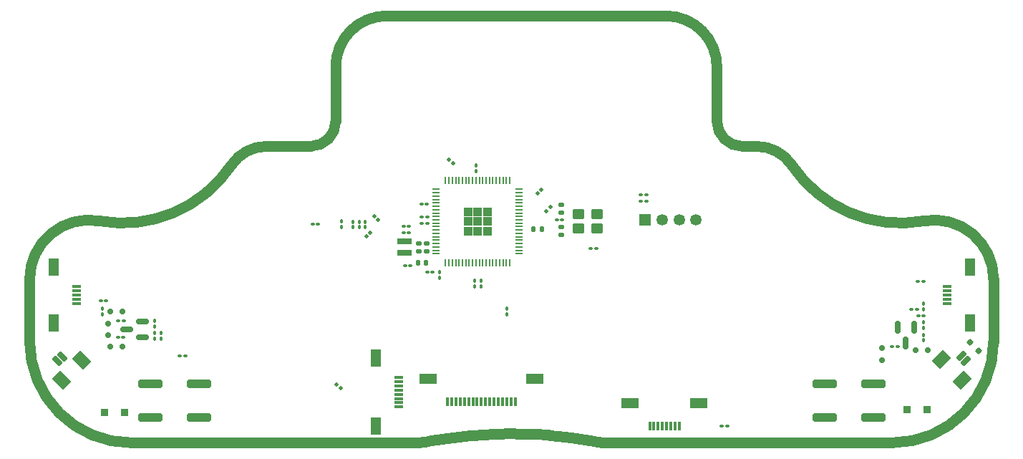
<source format=gbr>
%TF.GenerationSoftware,KiCad,Pcbnew,9.0.6-rc2*%
%TF.CreationDate,2025-11-07T01:00:34-08:00*%
%TF.ProjectId,Latte_Main_Board,4c617474-655f-44d6-9169-6e5f426f6172,rev?*%
%TF.SameCoordinates,Original*%
%TF.FileFunction,Soldermask,Bot*%
%TF.FilePolarity,Negative*%
%FSLAX46Y46*%
G04 Gerber Fmt 4.6, Leading zero omitted, Abs format (unit mm)*
G04 Created by KiCad (PCBNEW 9.0.6-rc2) date 2025-11-07 01:00:34*
%MOMM*%
%LPD*%
G01*
G04 APERTURE LIST*
G04 Aperture macros list*
%AMRoundRect*
0 Rectangle with rounded corners*
0 $1 Rounding radius*
0 $2 $3 $4 $5 $6 $7 $8 $9 X,Y pos of 4 corners*
0 Add a 4 corners polygon primitive as box body*
4,1,4,$2,$3,$4,$5,$6,$7,$8,$9,$2,$3,0*
0 Add four circle primitives for the rounded corners*
1,1,$1+$1,$2,$3*
1,1,$1+$1,$4,$5*
1,1,$1+$1,$6,$7*
1,1,$1+$1,$8,$9*
0 Add four rect primitives between the rounded corners*
20,1,$1+$1,$2,$3,$4,$5,0*
20,1,$1+$1,$4,$5,$6,$7,0*
20,1,$1+$1,$6,$7,$8,$9,0*
20,1,$1+$1,$8,$9,$2,$3,0*%
G04 Aperture macros list end*
%ADD10C,1.250000*%
%ADD11R,0.850000X0.850000*%
%ADD12R,1.350000X1.350000*%
%ADD13C,1.350000*%
%ADD14RoundRect,0.150000X0.587500X0.150000X-0.587500X0.150000X-0.587500X-0.150000X0.587500X-0.150000X0*%
%ADD15RoundRect,0.150000X0.247487X0.035355X0.035355X0.247487X-0.247487X-0.035355X-0.035355X-0.247487X0*%
%ADD16RoundRect,0.100000X0.130000X0.100000X-0.130000X0.100000X-0.130000X-0.100000X0.130000X-0.100000X0*%
%ADD17RoundRect,0.150000X0.150000X0.200000X-0.150000X0.200000X-0.150000X-0.200000X0.150000X-0.200000X0*%
%ADD18RoundRect,0.100000X-0.130000X-0.100000X0.130000X-0.100000X0.130000X0.100000X-0.130000X0.100000X0*%
%ADD19RoundRect,0.140000X-0.170000X0.140000X-0.170000X-0.140000X0.170000X-0.140000X0.170000X0.140000X0*%
%ADD20RoundRect,0.100000X-0.021213X-0.162635X0.162635X0.021213X0.021213X0.162635X-0.162635X-0.021213X0*%
%ADD21R,1.700000X0.700000*%
%ADD22RoundRect,0.100000X-0.162635X0.021213X0.021213X-0.162635X0.162635X-0.021213X-0.021213X0.162635X0*%
%ADD23RoundRect,0.102000X0.530330X0.176777X0.176777X0.530330X-0.530330X-0.176777X-0.176777X-0.530330X0*%
%ADD24RoundRect,0.102000X1.025305X0.176777X0.176777X1.025305X-1.025305X-0.176777X-0.176777X-1.025305X0*%
%ADD25RoundRect,0.100000X0.100000X-0.130000X0.100000X0.130000X-0.100000X0.130000X-0.100000X-0.130000X0*%
%ADD26RoundRect,0.100000X-0.100000X0.130000X-0.100000X-0.130000X0.100000X-0.130000X0.100000X0.130000X0*%
%ADD27RoundRect,0.150000X-1.250000X-0.350000X1.250000X-0.350000X1.250000X0.350000X-1.250000X0.350000X0*%
%ADD28RoundRect,0.140000X0.170000X-0.140000X0.170000X0.140000X-0.170000X0.140000X-0.170000X-0.140000X0*%
%ADD29RoundRect,0.140000X-0.140000X-0.170000X0.140000X-0.170000X0.140000X0.170000X-0.140000X0.170000X0*%
%ADD30RoundRect,0.102000X-0.176777X0.530330X-0.530330X0.176777X0.176777X-0.530330X0.530330X-0.176777X0*%
%ADD31RoundRect,0.102000X-0.176777X1.025305X-1.025305X0.176777X0.176777X-1.025305X1.025305X-0.176777X0*%
%ADD32RoundRect,0.100000X0.162635X-0.021213X-0.021213X0.162635X-0.162635X0.021213X0.021213X-0.162635X0*%
%ADD33RoundRect,0.055000X0.055000X0.335000X-0.055000X0.335000X-0.055000X-0.335000X0.055000X-0.335000X0*%
%ADD34RoundRect,0.055000X-0.335000X0.055000X-0.335000X-0.055000X0.335000X-0.055000X0.335000X0.055000X0*%
%ADD35C,0.600000*%
%ADD36R,1.133333X1.133333*%
%ADD37RoundRect,0.150000X-0.150000X-0.200000X0.150000X-0.200000X0.150000X0.200000X-0.150000X0.200000X0*%
%ADD38R,0.300000X1.000000*%
%ADD39R,2.000000X1.300000*%
%ADD40R,1.000000X0.300000*%
%ADD41R,1.300000X2.000000*%
%ADD42RoundRect,0.150000X-0.150000X0.587500X-0.150000X-0.587500X0.150000X-0.587500X0.150000X0.587500X0*%
%ADD43RoundRect,0.150000X0.200000X-0.150000X0.200000X0.150000X-0.200000X0.150000X-0.200000X-0.150000X0*%
%ADD44RoundRect,0.250000X-0.450000X-0.350000X0.450000X-0.350000X0.450000X0.350000X-0.450000X0.350000X0*%
G04 APERTURE END LIST*
D10*
X74217659Y-71967427D02*
X74745074Y-71954755D01*
X71263322Y-72158198D02*
X71693088Y-72122345D01*
X55356903Y-28565901D02*
X55356902Y-34985301D01*
X65740221Y-72923065D02*
X65962821Y-72887073D01*
X86340377Y-72887073D02*
X86966379Y-72975266D01*
X55356902Y-34985301D02*
G75*
G02*
X52356901Y-37985302I-3000002J1D01*
G01*
X43017730Y-40197164D02*
G75*
G02*
X27395951Y-46807085I-12866380J8643104D01*
G01*
X52356901Y-37985297D02*
X47160456Y-37985297D01*
X81617245Y-72221923D02*
X83226802Y-72405521D01*
X19151600Y-53695600D02*
G75*
G02*
X27395950Y-46807088I7000000J0D01*
G01*
X19151600Y-53695600D02*
X19151599Y-61033898D01*
X86966379Y-72975266D02*
X87190892Y-72997126D01*
X64887424Y-73013914D02*
X65112306Y-72997126D01*
X31151601Y-73033901D02*
X64255488Y-73033901D01*
X75760000Y-71945641D02*
X77458230Y-71948823D01*
X74745074Y-71954755D02*
X75760000Y-71945641D01*
X94427052Y-22565901D02*
G75*
G02*
X100427099Y-28565911I48J-5999999D01*
G01*
X87822198Y-73031358D02*
X88047710Y-73033901D01*
X43017730Y-40197164D02*
G75*
G02*
X47160456Y-37985296I4150470J-2788136D01*
G01*
X88047710Y-73033901D02*
X121151599Y-73033901D01*
X65962821Y-72887073D02*
X66576998Y-72781968D01*
X133151599Y-61033901D02*
G75*
G02*
X121151599Y-73033899I-11999999J1D01*
G01*
X84789414Y-72632632D02*
X85416189Y-72730982D01*
X80471397Y-72108036D02*
X80691968Y-72127926D01*
X77937192Y-71965333D02*
X78898186Y-72012458D01*
X66576998Y-72781968D02*
X68548466Y-72477439D01*
X64255488Y-73033901D02*
X64887424Y-73013914D01*
X94427052Y-22565901D02*
X61356901Y-22565901D01*
X124907246Y-46807085D02*
G75*
G02*
X109285455Y-40197173I-2755346J15253185D01*
G01*
X55356903Y-28565901D02*
G75*
G02*
X61356901Y-22565903I5999997J1D01*
G01*
X31151601Y-73033901D02*
G75*
G02*
X19151599Y-61033898I-1J12000001D01*
G01*
X77458230Y-71948823D02*
X77937192Y-71965333D01*
X124907246Y-46807085D02*
G75*
G02*
X133151604Y-53695592I1244354J-6888515D01*
G01*
X83226802Y-72405521D02*
X84789414Y-72632632D01*
X87190892Y-72997126D02*
X87822198Y-73031358D01*
X105127930Y-37985297D02*
X103427066Y-37985297D01*
X71693088Y-72122345D02*
X72625343Y-72058342D01*
X65112306Y-72997126D02*
X65740221Y-72923065D01*
X103427066Y-37985297D02*
G75*
G02*
X100427103Y-34985296I34J2999997D01*
G01*
X68548466Y-72477439D02*
X71263322Y-72158198D01*
X85416189Y-72730982D02*
X86340377Y-72887073D01*
X78898186Y-72012458D02*
X80471397Y-72108036D01*
X100427065Y-34985296D02*
X100427066Y-28565911D01*
X80691968Y-72127926D02*
X81617245Y-72221923D01*
X72625343Y-72058342D02*
X74217659Y-71967427D01*
X133151599Y-61033901D02*
X133151599Y-53695592D01*
X52356901Y-37985302D02*
X52356901Y-37985297D01*
X105127930Y-37985297D02*
G75*
G02*
X109285467Y-40197164I7070J-5000003D01*
G01*
D11*
%TO.C,T4*%
X122885200Y-69113400D03*
%TD*%
D12*
%TO.C,J8*%
X91967800Y-46634400D03*
D13*
X93967801Y-46634400D03*
X95967800Y-46634400D03*
X97967800Y-46634400D03*
%TD*%
D11*
%TO.C,T1*%
X30403800Y-69443600D03*
%TD*%
%TO.C,T3*%
X125247400Y-69113400D03*
%TD*%
%TO.C,T2*%
X28016200Y-69443600D03*
%TD*%
D14*
%TO.C,Q1*%
X32535099Y-58663800D03*
X32535099Y-60563800D03*
X30660098Y-59613800D03*
%TD*%
D15*
%TO.C,D5*%
X130365825Y-61150825D03*
X131355775Y-62140775D03*
%TD*%
D16*
%TO.C,R21*%
X101660000Y-71070000D03*
X101020000Y-71070000D03*
%TD*%
D17*
%TO.C,D4*%
X28687800Y-61696600D03*
X30087800Y-61696600D03*
%TD*%
D18*
%TO.C,C12*%
X29601200Y-60579000D03*
X30241200Y-60579000D03*
%TD*%
%TO.C,R31*%
X91430000Y-44470000D03*
X92070000Y-44470000D03*
%TD*%
D19*
%TO.C,C40*%
X65190000Y-49450927D03*
X65190000Y-50410927D03*
%TD*%
D20*
%TO.C,C37*%
X79199526Y-43533274D03*
X79652074Y-43080726D03*
%TD*%
D21*
%TO.C,L1*%
X63510000Y-49180000D03*
X63510000Y-50580000D03*
%TD*%
D22*
%TO.C,R22*%
X55473726Y-66113726D03*
X55926274Y-66566274D03*
%TD*%
D18*
%TO.C,R16*%
X36910000Y-62730000D03*
X37550000Y-62730000D03*
%TD*%
D23*
%TO.C,J1*%
X129882983Y-63312703D03*
X129317297Y-62747017D03*
D24*
X129423363Y-65610800D03*
X127019200Y-63206637D03*
%TD*%
D16*
%TO.C,C31*%
X66817200Y-52857400D03*
X66177200Y-52857400D03*
%TD*%
D25*
%TO.C,C19*%
X71932800Y-40883800D03*
X71932800Y-40243800D03*
%TD*%
D18*
%TO.C,R1*%
X81493400Y-46685200D03*
X82133400Y-46685200D03*
%TD*%
D16*
%TO.C,C34*%
X66156800Y-47117000D03*
X65516800Y-47117000D03*
%TD*%
D19*
%TO.C,C2*%
X82042000Y-47526000D03*
X82042000Y-48486000D03*
%TD*%
D18*
%TO.C,R2*%
X91430000Y-43670000D03*
X92070000Y-43670000D03*
%TD*%
D26*
%TO.C,R13*%
X58110000Y-46890000D03*
X58110000Y-47530000D03*
%TD*%
D18*
%TO.C,R24*%
X85520000Y-50090000D03*
X86160000Y-50090000D03*
%TD*%
D27*
%TO.C,SW3*%
X113175078Y-70046612D03*
X118975078Y-70046612D03*
X113175078Y-66046612D03*
X118975078Y-66046612D03*
%TD*%
D18*
%TO.C,C10*%
X124241600Y-58013600D03*
X124881600Y-58013600D03*
%TD*%
D16*
%TO.C,C35*%
X66157743Y-46365007D03*
X65517743Y-46365007D03*
%TD*%
D27*
%TO.C,SW4*%
X33404922Y-70046612D03*
X39204922Y-70046612D03*
X33404922Y-66046612D03*
X39204922Y-66046612D03*
%TD*%
D26*
%TO.C,C32*%
X67614800Y-52893000D03*
X67614800Y-53533000D03*
%TD*%
%TO.C,C30*%
X72542400Y-53883600D03*
X72542400Y-54523600D03*
%TD*%
D16*
%TO.C,R28*%
X28210000Y-56210000D03*
X27570000Y-56210000D03*
%TD*%
D18*
%TO.C,R29*%
X124200000Y-53950000D03*
X124840000Y-53950000D03*
%TD*%
D25*
%TO.C,R7*%
X33959800Y-59248000D03*
X33959800Y-58608000D03*
%TD*%
D20*
%TO.C,C38*%
X80266326Y-45616074D03*
X80718874Y-45163526D03*
%TD*%
D26*
%TO.C,C13*%
X124891800Y-58811200D03*
X124891800Y-59451200D03*
%TD*%
D16*
%TO.C,C33*%
X66131400Y-44780200D03*
X65491400Y-44780200D03*
%TD*%
D28*
%TO.C,C1*%
X82042000Y-45844400D03*
X82042000Y-44884400D03*
%TD*%
D29*
%TO.C,C23*%
X78742600Y-47777400D03*
X79702600Y-47777400D03*
%TD*%
D25*
%TO.C,R6*%
X124891800Y-57241400D03*
X124891800Y-56601400D03*
%TD*%
D18*
%TO.C,R3*%
X63360000Y-47470000D03*
X64000000Y-47470000D03*
%TD*%
D16*
%TO.C,C11*%
X30266601Y-58648600D03*
X29626601Y-58648600D03*
%TD*%
D30*
%TO.C,J2*%
X23012703Y-62817017D03*
X22447017Y-63382703D03*
D31*
X25310800Y-63276637D03*
X22906637Y-65680800D03*
%TD*%
D32*
%TO.C,C36*%
X69212674Y-39977274D03*
X68760126Y-39524726D03*
%TD*%
D16*
%TO.C,C14*%
X121782800Y-61645800D03*
X121142800Y-61645800D03*
%TD*%
D26*
%TO.C,R23*%
X75560000Y-57195000D03*
X75560000Y-57835000D03*
%TD*%
D33*
%TO.C,U2*%
X68336667Y-41976833D03*
X68736667Y-41976834D03*
X69136667Y-41976833D03*
X69536667Y-41976833D03*
X69936667Y-41976834D03*
X70336667Y-41976833D03*
X70736667Y-41976833D03*
X71136667Y-41976833D03*
X71536667Y-41976834D03*
X71936667Y-41976833D03*
X72336667Y-41976833D03*
X72736667Y-41976834D03*
X73136667Y-41976833D03*
X73536667Y-41976833D03*
X73936667Y-41976833D03*
X74336667Y-41976834D03*
X74736667Y-41976833D03*
X75136667Y-41976833D03*
X75536667Y-41976834D03*
X75936667Y-41976833D03*
D34*
X77033167Y-43073333D03*
X77033166Y-43473333D03*
X77033167Y-43873333D03*
X77033167Y-44273333D03*
X77033166Y-44673333D03*
X77033167Y-45073333D03*
X77033167Y-45473333D03*
X77033167Y-45873333D03*
X77033166Y-46273333D03*
X77033167Y-46673333D03*
X77033167Y-47073333D03*
X77033166Y-47473333D03*
X77033167Y-47873333D03*
X77033167Y-48273333D03*
X77033167Y-48673333D03*
X77033166Y-49073333D03*
X77033167Y-49473333D03*
X77033167Y-49873333D03*
X77033166Y-50273333D03*
X77033167Y-50673333D03*
D33*
X75936667Y-51769833D03*
X75536667Y-51769832D03*
X75136667Y-51769833D03*
X74736667Y-51769833D03*
X74336667Y-51769832D03*
X73936667Y-51769833D03*
X73536667Y-51769833D03*
X73136667Y-51769833D03*
X72736667Y-51769832D03*
X72336667Y-51769833D03*
X71936667Y-51769833D03*
X71536667Y-51769832D03*
X71136667Y-51769833D03*
X70736667Y-51769833D03*
X70336667Y-51769833D03*
X69936667Y-51769832D03*
X69536667Y-51769833D03*
X69136667Y-51769833D03*
X68736667Y-51769832D03*
X68336667Y-51769833D03*
D34*
X67240167Y-50673333D03*
X67240168Y-50273333D03*
X67240167Y-49873333D03*
X67240167Y-49473333D03*
X67240168Y-49073333D03*
X67240167Y-48673333D03*
X67240167Y-48273333D03*
X67240167Y-47873333D03*
X67240168Y-47473333D03*
X67240167Y-47073333D03*
X67240167Y-46673333D03*
X67240168Y-46273333D03*
X67240167Y-45873333D03*
X67240167Y-45473333D03*
X67240167Y-45073333D03*
X67240168Y-44673333D03*
X67240167Y-44273333D03*
X67240167Y-43873333D03*
X67240168Y-43473333D03*
X67240167Y-43073333D03*
D35*
X73270000Y-45740000D03*
D36*
X73270000Y-45740000D03*
D35*
X71003334Y-45740000D03*
D36*
X71003334Y-45740000D03*
D35*
X72136667Y-45740001D03*
D36*
X72136667Y-45740001D03*
D35*
X73269999Y-46873333D03*
D36*
X73269999Y-46873333D03*
D35*
X72136667Y-46873333D03*
D36*
X72136667Y-46873333D03*
D35*
X71003335Y-46873333D03*
D36*
X71003335Y-46873333D03*
D35*
X72136667Y-48006665D03*
D36*
X72136667Y-48006665D03*
D35*
X73270000Y-48006666D03*
D36*
X73270000Y-48006666D03*
D35*
X71003334Y-48006666D03*
D36*
X71003334Y-48006666D03*
%TD*%
D26*
%TO.C,R30*%
X56070000Y-46880000D03*
X56070000Y-47520000D03*
%TD*%
D37*
%TO.C,D2*%
X125363200Y-62077600D03*
X123963200Y-62077600D03*
%TD*%
D38*
%TO.C,J9*%
X68569999Y-68140000D03*
X69070000Y-68140000D03*
X69570000Y-68140000D03*
X70070000Y-68140001D03*
X70570000Y-68140000D03*
X71070000Y-68140000D03*
X71570000Y-68140000D03*
X72070000Y-68140000D03*
X72570000Y-68140001D03*
X73070000Y-68140000D03*
X73570000Y-68140000D03*
X74070000Y-68140000D03*
X74570000Y-68140000D03*
X75070000Y-68140001D03*
X75570000Y-68140000D03*
X76070000Y-68140000D03*
X76570001Y-68140000D03*
D39*
X66270000Y-65440000D03*
X78870000Y-65440000D03*
%TD*%
D40*
%TO.C,J5*%
X62780000Y-68800000D03*
X62780000Y-68300000D03*
X62780000Y-67800000D03*
X62780000Y-67300000D03*
X62780000Y-66800000D03*
X62780000Y-66300000D03*
X62780000Y-65800000D03*
X62780000Y-65300000D03*
D41*
X60080000Y-71099999D03*
X60080000Y-63000001D03*
%TD*%
D18*
%TO.C,R4*%
X63360000Y-48170000D03*
X64000000Y-48170000D03*
%TD*%
D26*
%TO.C,R12*%
X58820000Y-46890000D03*
X58820000Y-47530000D03*
%TD*%
D29*
%TO.C,C41*%
X65077400Y-51765200D03*
X66037400Y-51765200D03*
%TD*%
D22*
%TO.C,R27*%
X59933726Y-46223726D03*
X60386274Y-46676274D03*
%TD*%
D26*
%TO.C,C29*%
X71780400Y-53883600D03*
X71780400Y-54523600D03*
%TD*%
D42*
%TO.C,Q2*%
X121833600Y-59387500D03*
X123733600Y-59387500D03*
X122783600Y-61262501D03*
%TD*%
D18*
%TO.C,R11*%
X63561000Y-52095400D03*
X64201000Y-52095400D03*
%TD*%
D25*
%TO.C,R5*%
X33959800Y-60721200D03*
X33959800Y-60081200D03*
%TD*%
D40*
%TO.C,J6*%
X24714200Y-56570003D03*
X24714200Y-56070001D03*
X24714200Y-55570002D03*
X24714200Y-55070003D03*
X24714200Y-54570001D03*
D41*
X22014201Y-58870000D03*
X22014201Y-52270004D03*
%TD*%
D40*
%TO.C,J4*%
X127652801Y-54570001D03*
X127652801Y-55070003D03*
X127652801Y-55570002D03*
X127652801Y-56070001D03*
X127652801Y-56570003D03*
D41*
X130352800Y-52270004D03*
X130352800Y-58870000D03*
%TD*%
D20*
%TO.C,R26*%
X58973726Y-48646274D03*
X59426274Y-48193726D03*
%TD*%
D19*
%TO.C,C39*%
X66110494Y-49450927D03*
X66110494Y-50410927D03*
%TD*%
D26*
%TO.C,R14*%
X57400000Y-46890000D03*
X57400000Y-47530000D03*
%TD*%
D17*
%TO.C,D1*%
X28687800Y-57531000D03*
X30087800Y-57531000D03*
%TD*%
D26*
%TO.C,R10*%
X124891800Y-60284400D03*
X124891800Y-60924400D03*
%TD*%
D25*
%TO.C,R9*%
X27711400Y-57851000D03*
X27711400Y-57211000D03*
%TD*%
D16*
%TO.C,R25*%
X53260000Y-47190000D03*
X52620000Y-47190000D03*
%TD*%
D43*
%TO.C,D6*%
X119989600Y-61860200D03*
X119989600Y-63260200D03*
%TD*%
D16*
%TO.C,R8*%
X124099595Y-57259242D03*
X123459595Y-57259242D03*
%TD*%
D38*
%TO.C,J3*%
X92480000Y-71050000D03*
X92980000Y-71050000D03*
X93480000Y-71050000D03*
X93980000Y-71050000D03*
X94480000Y-71050000D03*
X94980000Y-71050000D03*
X95480000Y-71050000D03*
X95980000Y-71050000D03*
D39*
X90180001Y-68350000D03*
X98279999Y-68350000D03*
%TD*%
D44*
%TO.C,Y1*%
X84066200Y-46020000D03*
X86266200Y-46020000D03*
X86266200Y-47720000D03*
X84066200Y-47720000D03*
%TD*%
D43*
%TO.C,D3*%
X28422600Y-58939200D03*
X28422600Y-60339200D03*
%TD*%
D26*
%TO.C,C9*%
X34721799Y-60081200D03*
X34721799Y-60721200D03*
%TD*%
M02*

</source>
